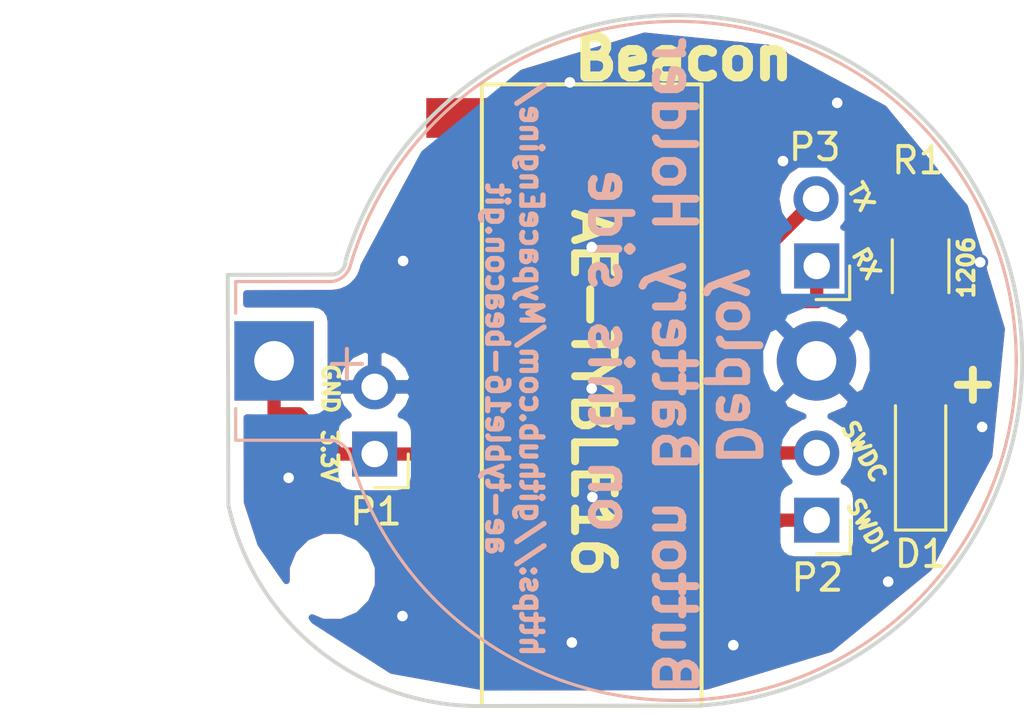
<source format=kicad_pcb>
(kicad_pcb (version 4) (host pcbnew 4.0.1-stable)

  (general
    (links 12)
    (no_connects 0)
    (area 146.674999 91.860161 176.839839 118.126584)
    (thickness 1.6)
    (drawings 18)
    (tracks 84)
    (zones 0)
    (modules 8)
    (nets 10)
  )

  (page A4)
  (layers
    (0 F.Cu signal)
    (31 B.Cu signal)
    (32 B.Adhes user)
    (33 F.Adhes user)
    (34 B.Paste user)
    (35 F.Paste user)
    (36 B.SilkS user)
    (37 F.SilkS user)
    (38 B.Mask user)
    (39 F.Mask user)
    (40 Dwgs.User user)
    (41 Cmts.User user)
    (42 Eco1.User user)
    (43 Eco2.User user)
    (44 Edge.Cuts user)
    (45 Margin user hide)
    (46 B.CrtYd user)
    (47 F.CrtYd user)
    (48 B.Fab user hide)
    (49 F.Fab user)
  )

  (setup
    (last_trace_width 0.5)
    (trace_clearance 0.2)
    (zone_clearance 0.508)
    (zone_45_only no)
    (trace_min 0.2)
    (segment_width 0.2)
    (edge_width 0.15)
    (via_size 0.6)
    (via_drill 0.4)
    (via_min_size 0.4)
    (via_min_drill 0.3)
    (uvia_size 0.3)
    (uvia_drill 0.1)
    (uvias_allowed no)
    (uvia_min_size 0.2)
    (uvia_min_drill 0.1)
    (pcb_text_width 0.3)
    (pcb_text_size 1.5 1.5)
    (mod_edge_width 0.15)
    (mod_text_size 1 1)
    (mod_text_width 0.15)
    (pad_size 1.7 1.7)
    (pad_drill 1)
    (pad_to_mask_clearance 0.2)
    (aux_axis_origin 0 0)
    (visible_elements 7FFFFFFF)
    (pcbplotparams
      (layerselection 0x3ffff_80000001)
      (usegerberextensions false)
      (excludeedgelayer true)
      (linewidth 0.100000)
      (plotframeref false)
      (viasonmask false)
      (mode 1)
      (useauxorigin false)
      (hpglpennumber 1)
      (hpglpenspeed 20)
      (hpglpendiameter 15)
      (hpglpenoverlay 2)
      (psnegative false)
      (psa4output false)
      (plotreference true)
      (plotvalue true)
      (plotinvisibletext false)
      (padsonsilk false)
      (subtractmaskfromsilk false)
      (outputformat 1)
      (mirror false)
      (drillshape 0)
      (scaleselection 1)
      (outputdirectory ../iBeacon_out/))
  )

  (net 0 "")
  (net 1 "Net-(Battery1-Pad2)")
  (net 2 "Net-(IC1-Pad5)")
  (net 3 "Net-(IC1-Pad3)")
  (net 4 "Net-(IC1-Pad2)")
  (net 5 "Net-(IC1-Pad6)")
  (net 6 "Net-(IC1-Pad15)")
  (net 7 "Net-(IC1-Pad7)")
  (net 8 "Net-(Battery1-Pad1)")
  (net 9 "Net-(D1-Pad2)")

  (net_class Default "これは標準のネット クラスです。"
    (clearance 0.2)
    (trace_width 0.5)
    (via_dia 0.6)
    (via_drill 0.4)
    (uvia_dia 0.3)
    (uvia_drill 0.1)
    (add_net "Net-(Battery1-Pad1)")
    (add_net "Net-(Battery1-Pad2)")
    (add_net "Net-(D1-Pad2)")
    (add_net "Net-(IC1-Pad15)")
    (add_net "Net-(IC1-Pad2)")
    (add_net "Net-(IC1-Pad3)")
    (add_net "Net-(IC1-Pad5)")
    (add_net "Net-(IC1-Pad6)")
    (add_net "Net-(IC1-Pad7)")
  )

  (net_class Wide ""
    (clearance 0.2)
    (trace_width 0.5)
    (via_dia 0.6)
    (via_drill 0.4)
    (uvia_dia 0.3)
    (uvia_drill 0.1)
  )

  (module Mounting_Holes:MountingHole_2.2mm_M2_DIN965 (layer F.Cu) (tedit 5C7AC08F) (tstamp 5C7AC2C1)
    (at 150.7 113.15)
    (descr "Mounting Hole 2.2mm, no annular, M2, DIN965")
    (tags "mounting hole 2.2mm no annular m2 din965")
    (attr virtual)
    (fp_text reference REF01 (at 0 -2.9) (layer F.SilkS) hide
      (effects (font (size 1 1) (thickness 0.15)))
    )
    (fp_text value MountingHole_2.2mm_M2_DIN965 (at 0 2.9) (layer F.Fab)
      (effects (font (size 1 1) (thickness 0.15)))
    )
    (fp_text user %R (at 0.3 0) (layer F.Fab)
      (effects (font (size 1 1) (thickness 0.15)))
    )
    (fp_circle (center 0 0) (end 1.9 0) (layer Cmts.User) (width 0.15))
    (fp_circle (center 0 0) (end 2.15 0) (layer F.CrtYd) (width 0.05))
    (pad 1 np_thru_hole circle (at 0 0) (size 2.2 2.2) (drill 2.2) (layers *.Cu *.Mask))
  )

  (module Pin_Headers:Pin_Header_Angled_1x02_Pitch2.54mm (layer F.Cu) (tedit 5C7ABE56) (tstamp 5C7ABA8F)
    (at 169 111.025 180)
    (descr "Through hole angled pin header, 1x02, 2.54mm pitch, 6mm pin length, single row")
    (tags "Through hole angled pin header THT 1x02 2.54mm single row")
    (path /5C7AB1AF)
    (fp_text reference P2 (at -0.025 -2.175 180) (layer F.SilkS)
      (effects (font (size 1 1) (thickness 0.15)))
    )
    (fp_text value CONN_01X02 (at 4.385 4.81 180) (layer F.Fab)
      (effects (font (size 1 1) (thickness 0.15)))
    )
    (fp_line (start -1.27 0) (end -1.27 -1.27) (layer F.SilkS) (width 0.12))
    (fp_line (start -1.27 -1.27) (end 0 -1.27) (layer F.SilkS) (width 0.12))
    (fp_line (start -1.8 -1.8) (end -1.8 4.35) (layer F.CrtYd) (width 0.05))
    (fp_line (start -1.8 4.35) (end 10.55 4.35) (layer F.CrtYd) (width 0.05))
    (fp_line (start 10.55 4.35) (end 10.55 -1.8) (layer F.CrtYd) (width 0.05))
    (fp_line (start 10.55 -1.8) (end -1.8 -1.8) (layer F.CrtYd) (width 0.05))
    (pad 1 thru_hole rect (at 0 0 180) (size 1.7 1.7) (drill 1) (layers *.Cu *.Mask)
      (net 4 "Net-(IC1-Pad2)"))
    (pad 2 thru_hole oval (at 0 2.54 180) (size 1.7 1.7) (drill 1) (layers *.Cu *.Mask)
      (net 3 "Net-(IC1-Pad3)"))
    (model ${KISYS3DMOD}/Pin_Headers.3dshapes/Pin_Header_Angled_1x02_Pitch2.54mm.wrl
      (at (xyz 0 0 0))
      (scale (xyz 1 1 1))
      (rotate (xyz 0 0 0))
    )
  )

  (module Pin_Headers:Pin_Header_Angled_1x02_Pitch2.54mm (layer F.Cu) (tedit 5C7ABE98) (tstamp 5C7ABAF3)
    (at 168.975 101.415 180)
    (descr "Through hole angled pin header, 1x02, 2.54mm pitch, 6mm pin length, single row")
    (tags "Through hole angled pin header THT 1x02 2.54mm single row")
    (path /5C7AB183)
    (fp_text reference P3 (at 0.05 4.49 180) (layer F.SilkS)
      (effects (font (size 1 1) (thickness 0.15)))
    )
    (fp_text value CONN_01X02 (at 4.385 4.81 180) (layer F.Fab)
      (effects (font (size 1 1) (thickness 0.15)))
    )
    (fp_line (start -1.27 0) (end -1.27 -1.27) (layer F.SilkS) (width 0.12))
    (fp_line (start -1.27 -1.27) (end 0 -1.27) (layer F.SilkS) (width 0.12))
    (fp_line (start -1.8 -1.8) (end -1.8 4.35) (layer F.CrtYd) (width 0.05))
    (fp_line (start -1.8 4.35) (end 10.55 4.35) (layer F.CrtYd) (width 0.05))
    (fp_line (start 10.55 4.35) (end 10.55 -1.8) (layer F.CrtYd) (width 0.05))
    (fp_line (start 10.55 -1.8) (end -1.8 -1.8) (layer F.CrtYd) (width 0.05))
    (pad 1 thru_hole rect (at -0.025 0 180) (size 1.7 1.7) (drill 1) (layers *.Cu *.Mask)
      (net 2 "Net-(IC1-Pad5)"))
    (pad 2 thru_hole oval (at 0 2.54 180) (size 1.7 1.7) (drill 1) (layers *.Cu *.Mask)
      (net 5 "Net-(IC1-Pad6)"))
    (model ${KISYS3DMOD}/Pin_Headers.3dshapes/Pin_Header_Angled_1x02_Pitch2.54mm.wrl
      (at (xyz 0 0 0))
      (scale (xyz 1 1 1))
      (rotate (xyz 0 0 0))
    )
  )

  (module Pin_Headers:Pin_Header_Angled_1x02_Pitch2.54mm (layer F.Cu) (tedit 5C7ABDE3) (tstamp 5C7ABA5D)
    (at 152.3 108.525 180)
    (descr "Through hole angled pin header, 1x02, 2.54mm pitch, 6mm pin length, single row")
    (tags "Through hole angled pin header THT 1x02 2.54mm single row")
    (path /5C7AB1E7)
    (fp_text reference P1 (at -0.05 -2.175 180) (layer F.SilkS)
      (effects (font (size 1 1) (thickness 0.15)))
    )
    (fp_text value CONN_01X02 (at 4.385 4.81 180) (layer F.Fab)
      (effects (font (size 1 1) (thickness 0.15)))
    )
    (fp_line (start -1.27 0) (end -1.27 -1.27) (layer F.SilkS) (width 0.12))
    (fp_line (start -1.27 -1.27) (end 0 -1.27) (layer F.SilkS) (width 0.12))
    (fp_line (start -1.8 -1.8) (end -1.8 4.35) (layer F.CrtYd) (width 0.05))
    (fp_line (start -1.8 4.35) (end 10.55 4.35) (layer F.CrtYd) (width 0.05))
    (fp_line (start 10.55 4.35) (end 10.55 -1.8) (layer F.CrtYd) (width 0.05))
    (fp_line (start 10.55 -1.8) (end -1.8 -1.8) (layer F.CrtYd) (width 0.05))
    (pad 1 thru_hole rect (at 0 0 180) (size 1.7 1.7) (drill 1) (layers *.Cu *.Mask)
      (net 8 "Net-(Battery1-Pad1)"))
    (pad 2 thru_hole oval (at 0 2.54 180) (size 1.7 1.7) (drill 1) (layers *.Cu *.Mask)
      (net 1 "Net-(Battery1-Pad2)"))
    (model ${KISYS3DMOD}/Pin_Headers.3dshapes/Pin_Header_Angled_1x02_Pitch2.54mm.wrl
      (at (xyz 0 0 0))
      (scale (xyz 1 1 1))
      (rotate (xyz 0 0 0))
    )
  )

  (module AE-TYBLE16:AE-TYBLE16 (layer F.Cu) (tedit 5C7ABA00) (tstamp 5C79601A)
    (at 160.5 106.3 180)
    (path /5C7937C6)
    (fp_text reference IC1 (at 0 0.5 180) (layer F.SilkS) hide
      (effects (font (size 1 1) (thickness 0.15)))
    )
    (fp_text value AE-TYBLE16 (at 0 -0.5 180) (layer F.Fab)
      (effects (font (size 1 1) (thickness 0.15)))
    )
    (fp_line (start -4.15 -11.75) (end -4.15 11.75) (layer F.SilkS) (width 0.15))
    (fp_line (start -4.15 11.75) (end 4.15 11.75) (layer F.SilkS) (width 0.15))
    (fp_line (start 4.15 11.75) (end 4.15 -11.75) (layer F.SilkS) (width 0.15))
    (fp_line (start 4.15 -11.75) (end -4.15 -11.75) (layer F.SilkS) (width 0.15))
    (pad 12 smd rect (at 4.75 0.32 180) (size 3 1.5) (layers F.Cu F.Paste F.Mask)
      (net 1 "Net-(Battery1-Pad2)"))
    (pad 16 smd rect (at 4.75 10.48 180) (size 3 1.5) (layers F.Cu F.Paste F.Mask))
    (pad 15 smd rect (at 4.75 7.94 180) (size 3 1.5) (layers F.Cu F.Paste F.Mask)
      (net 6 "Net-(IC1-Pad15)"))
    (pad 14 smd rect (at 4.75 5.4 180) (size 3 1.5) (layers F.Cu F.Paste F.Mask))
    (pad 13 smd rect (at 4.75 2.86 180) (size 3 1.5) (layers F.Cu F.Paste F.Mask))
    (pad 11 smd rect (at 4.75 -2.22 180) (size 3 1.5) (layers F.Cu F.Paste F.Mask)
      (net 8 "Net-(Battery1-Pad1)"))
    (pad 10 smd rect (at 4.75 -4.76 180) (size 3 1.5) (layers F.Cu F.Paste F.Mask))
    (pad 9 smd rect (at 4.75 -7.3 180) (size 3 1.5) (layers F.Cu F.Paste F.Mask))
    (pad 1 smd rect (at -4.75 -7.3 180) (size 3 1.5) (layers F.Cu F.Paste F.Mask))
    (pad 2 smd rect (at -4.75 -4.76 180) (size 3 1.5) (layers F.Cu F.Paste F.Mask)
      (net 4 "Net-(IC1-Pad2)"))
    (pad 3 smd rect (at -4.75 -2.22 180) (size 3 1.5) (layers F.Cu F.Paste F.Mask)
      (net 3 "Net-(IC1-Pad3)"))
    (pad 5 smd rect (at -4.75 2.86 180) (size 3 1.5) (layers F.Cu F.Paste F.Mask)
      (net 2 "Net-(IC1-Pad5)"))
    (pad 6 smd rect (at -4.75 5.4 180) (size 3 1.5) (layers F.Cu F.Paste F.Mask)
      (net 5 "Net-(IC1-Pad6)"))
    (pad 7 smd rect (at -4.75 7.94 180) (size 3 1.5) (layers F.Cu F.Paste F.Mask)
      (net 7 "Net-(IC1-Pad7)"))
    (pad 8 smd rect (at -4.75 10.48 180) (size 3 1.5) (layers F.Cu F.Paste F.Mask)
      (net 7 "Net-(IC1-Pad7)"))
    (pad 4 smd rect (at -4.75 0.32 180) (size 3 1.5) (layers F.Cu F.Paste F.Mask))
  )

  (module Battery_Holders:Keystone_104_1x23mm-CoinCell (layer B.Cu) (tedit 5C794FE7) (tstamp 5C795C04)
    (at 148.501 105.004)
    (descr http://www.keyelco.com/product-pdf.cfm?p=744)
    (tags "Keystone type 104 battery holder")
    (path /5C793993)
    (fp_text reference Battery1 (at 0 4) (layer B.SilkS) hide
      (effects (font (size 1 1) (thickness 0.15)) (justify mirror))
    )
    (fp_text value CONN_01X02 (at 15 -14) (layer B.Fab)
      (effects (font (size 1 1) (thickness 0.15)) (justify mirror))
    )
    (fp_text user + (at 2.75 0) (layer B.SilkS)
      (effects (font (size 1.5 1.5) (thickness 0.15)) (justify mirror))
    )
    (fp_line (start -1.45 -1.8) (end -1.45 -3) (layer B.SilkS) (width 0.12))
    (fp_arc (start 15.2 0) (end 2.615 -3.6) (angle 164) (layer B.CrtYd) (width 0.05))
    (fp_arc (start 15.2 0) (end 2.615 3.6) (angle -164) (layer B.CrtYd) (width 0.05))
    (fp_arc (start 2.1 -3.8) (end 2.1 -3.25) (angle -70) (layer B.CrtYd) (width 0.05))
    (fp_arc (start 2.1 3.8) (end 2.1 3.25) (angle 70) (layer B.CrtYd) (width 0.05))
    (fp_arc (start 15.2 0) (end 2.85 -3.5) (angle 164.5) (layer B.SilkS) (width 0.12))
    (fp_arc (start 2.1 -3.8) (end 2.1 -3) (angle -70) (layer B.SilkS) (width 0.12))
    (fp_arc (start 15.2 0) (end 2.85 3.5) (angle -164.5) (layer B.SilkS) (width 0.12))
    (fp_arc (start 2.1 3.8) (end 2.1 3) (angle 70) (layer B.SilkS) (width 0.12))
    (fp_arc (start 2.15 -3.8) (end 2.15 -2.9) (angle -70) (layer B.Fab) (width 0.1))
    (fp_arc (start 15.2 0) (end 3 -3.5) (angle 164) (layer B.Fab) (width 0.1))
    (fp_arc (start 15.2 0) (end 3 3.5) (angle -164) (layer B.Fab) (width 0.1))
    (fp_arc (start 15.2 0) (end 3.72 -1.3) (angle 180) (layer B.Fab) (width 0.1))
    (fp_line (start -1.75 3.25) (end 2.15 3.25) (layer B.CrtYd) (width 0.05))
    (fp_line (start -1.75 -3.25) (end 2.15 -3.25) (layer B.CrtYd) (width 0.05))
    (fp_line (start -1.75 -3.25) (end -1.75 3.25) (layer B.CrtYd) (width 0.05))
    (fp_line (start -1.45 3) (end 2.15 3) (layer B.SilkS) (width 0.12))
    (fp_line (start -1.45 1.8) (end -1.45 3) (layer B.SilkS) (width 0.12))
    (fp_line (start -1.45 -3) (end 2.15 -3) (layer B.SilkS) (width 0.12))
    (fp_arc (start 15.2 0) (end 9 -1.3) (angle 170) (layer B.Fab) (width 0.1))
    (fp_arc (start 15.2 0) (end 13.3 -1.3) (angle 150) (layer B.Fab) (width 0.1))
    (fp_arc (start 15.2 0) (end 13.3 1.3) (angle -150) (layer B.Fab) (width 0.1))
    (fp_arc (start 15.2 0) (end 9 1.3) (angle -170) (layer B.Fab) (width 0.1))
    (fp_arc (start 15.2 0) (end 3.72 1.3) (angle -180) (layer B.Fab) (width 0.1))
    (fp_line (start 2.15 2.9) (end -0.9 2.9) (layer B.Fab) (width 0.1))
    (fp_line (start -0.9 -2.9) (end 2.15 -2.9) (layer B.Fab) (width 0.1))
    (fp_line (start -1.3 2.5) (end -1.3 -2.5) (layer B.Fab) (width 0.1))
    (fp_line (start 0 -1.3) (end 16.2 -1.3) (layer B.Fab) (width 0.1))
    (fp_line (start 16.2 1.3) (end 0 1.3) (layer B.Fab) (width 0.1))
    (fp_arc (start 2.15 3.8) (end 2.15 2.9) (angle 70) (layer B.Fab) (width 0.1))
    (fp_arc (start 16.2 0) (end 16.2 1.3) (angle -180) (layer B.Fab) (width 0.1))
    (fp_line (start 0 1.3) (end 0 -1.3) (layer B.Fab) (width 0.1))
    (fp_arc (start -0.9 -2.5) (end -1.3 -2.5) (angle 90) (layer B.Fab) (width 0.1))
    (fp_arc (start -0.9 2.5) (end -1.3 2.5) (angle -90) (layer B.Fab) (width 0.1))
    (fp_line (start 23.6982 -7.8486) (end 24.5264 -8.6133) (layer B.Fab) (width 0.1))
    (fp_line (start 23.7236 7.8486) (end 24.5264 8.6006) (layer B.Fab) (width 0.1))
    (pad 2 thru_hole circle (at 20.49 0) (size 3 3) (drill 1.5) (layers *.Cu *.Mask)
      (net 1 "Net-(Battery1-Pad2)"))
    (pad 1 thru_hole rect (at 0 0) (size 3 3) (drill 1.5) (layers *.Cu *.Mask)
      (net 8 "Net-(Battery1-Pad1)"))
    (model Battery_Holders.3dshapes/Keystone_104_1x23mm-CoinCell.wrl
      (at (xyz 0.6 0 0))
      (scale (xyz 1 1 1))
      (rotate (xyz 0 0 180))
    )
  )

  (module LEDs:LED_1206_HandSoldering (layer F.Cu) (tedit 5C7ABA57) (tstamp 5C796DB4)
    (at 172.925 108.3 90)
    (descr "LED SMD 1206, hand soldering")
    (tags "LED 1206")
    (path /5C7961D7)
    (attr smd)
    (fp_text reference D1 (at -4 0 180) (layer F.SilkS)
      (effects (font (size 1 1) (thickness 0.15)))
    )
    (fp_text value LED (at 0 1.9 90) (layer F.Fab)
      (effects (font (size 1 1) (thickness 0.15)))
    )
    (fp_line (start -3.1 -0.95) (end -3.1 0.95) (layer F.SilkS) (width 0.12))
    (fp_line (start -0.4 0) (end 0.2 -0.4) (layer F.Fab) (width 0.1))
    (fp_line (start 0.2 -0.4) (end 0.2 0.4) (layer F.Fab) (width 0.1))
    (fp_line (start 0.2 0.4) (end -0.4 0) (layer F.Fab) (width 0.1))
    (fp_line (start -0.45 -0.4) (end -0.45 0.4) (layer F.Fab) (width 0.1))
    (fp_line (start -1.6 0.8) (end -1.6 -0.8) (layer F.Fab) (width 0.1))
    (fp_line (start 1.6 0.8) (end -1.6 0.8) (layer F.Fab) (width 0.1))
    (fp_line (start 1.6 -0.8) (end 1.6 0.8) (layer F.Fab) (width 0.1))
    (fp_line (start -1.6 -0.8) (end 1.6 -0.8) (layer F.Fab) (width 0.1))
    (fp_line (start -3.1 0.95) (end 1.6 0.95) (layer F.SilkS) (width 0.12))
    (fp_line (start -3.1 -0.95) (end 1.6 -0.95) (layer F.SilkS) (width 0.12))
    (fp_line (start -3.25 -1.11) (end 3.25 -1.11) (layer F.CrtYd) (width 0.05))
    (fp_line (start -3.25 -1.11) (end -3.25 1.1) (layer F.CrtYd) (width 0.05))
    (fp_line (start 3.25 1.1) (end 3.25 -1.11) (layer F.CrtYd) (width 0.05))
    (fp_line (start 3.25 1.1) (end -3.25 1.1) (layer F.CrtYd) (width 0.05))
    (pad 1 smd rect (at -2 0 90) (size 2 1.7) (layers F.Cu F.Paste F.Mask)
      (net 1 "Net-(Battery1-Pad2)"))
    (pad 2 smd rect (at 2 0 90) (size 2 1.7) (layers F.Cu F.Paste F.Mask)
      (net 9 "Net-(D1-Pad2)"))
    (model ${KISYS3DMOD}/LEDs.3dshapes/LED_1206.wrl
      (at (xyz 0 0 0))
      (scale (xyz 1 1 1))
      (rotate (xyz 0 0 180))
    )
  )

  (module Resistors_SMD:R_1206_HandSoldering (layer F.Cu) (tedit 5C7962DF) (tstamp 5C796DC5)
    (at 172.925 101.425 90)
    (descr "Resistor SMD 1206, hand soldering")
    (tags "resistor 1206")
    (path /5C796180)
    (attr smd)
    (fp_text reference R1 (at 4 -0.1 180) (layer F.SilkS)
      (effects (font (size 1 1) (thickness 0.15)))
    )
    (fp_text value R (at 0 1.9 90) (layer F.Fab)
      (effects (font (size 1 1) (thickness 0.15)))
    )
    (fp_text user %R (at 0 0 90) (layer F.Fab)
      (effects (font (size 0.7 0.7) (thickness 0.105)))
    )
    (fp_line (start -1.6 0.8) (end -1.6 -0.8) (layer F.Fab) (width 0.1))
    (fp_line (start 1.6 0.8) (end -1.6 0.8) (layer F.Fab) (width 0.1))
    (fp_line (start 1.6 -0.8) (end 1.6 0.8) (layer F.Fab) (width 0.1))
    (fp_line (start -1.6 -0.8) (end 1.6 -0.8) (layer F.Fab) (width 0.1))
    (fp_line (start 1 1.07) (end -1 1.07) (layer F.SilkS) (width 0.12))
    (fp_line (start -1 -1.07) (end 1 -1.07) (layer F.SilkS) (width 0.12))
    (fp_line (start -3.25 -1.11) (end 3.25 -1.11) (layer F.CrtYd) (width 0.05))
    (fp_line (start -3.25 -1.11) (end -3.25 1.1) (layer F.CrtYd) (width 0.05))
    (fp_line (start 3.25 1.1) (end 3.25 -1.11) (layer F.CrtYd) (width 0.05))
    (fp_line (start 3.25 1.1) (end -3.25 1.1) (layer F.CrtYd) (width 0.05))
    (pad 1 smd rect (at -2 0 90) (size 2 1.7) (layers F.Cu F.Paste F.Mask)
      (net 9 "Net-(D1-Pad2)"))
    (pad 2 smd rect (at 2 0 90) (size 2 1.7) (layers F.Cu F.Paste F.Mask)
      (net 6 "Net-(IC1-Pad15)"))
    (model ${KISYS3DMOD}/Resistors_SMD.3dshapes/R_1206.wrl
      (at (xyz 0 0 0))
      (scale (xyz 1 1 1))
      (rotate (xyz 0 0 0))
    )
  )

  (gr_text "https://github.com/MypaceEngine/\nae-tyble16-beacon.git" (at 157.575 105.325 270) (layer B.SilkS)
    (effects (font (size 0.8 0.8) (thickness 0.2)) (justify mirror))
  )
  (gr_text 1206 (at 174.65 101.475 90) (layer F.SilkS)
    (effects (font (size 0.6 0.6) (thickness 0.15)))
  )
  (gr_text + (at 174.9 105.8) (layer F.SilkS)
    (effects (font (size 1.5 1.5) (thickness 0.3)))
  )
  (gr_line (start 146.775 110.45) (end 146.75 101.75) (layer Edge.Cuts) (width 0.15))
  (gr_arc (start 156.225 108.375) (end 156.4 118.05) (angle 78.65196086) (layer Edge.Cuts) (width 0.15))
  (gr_line (start 156.4 118.05) (end 164.6 118.03) (angle 90) (layer Edge.Cuts) (width 0.15))
  (gr_arc (start 150.68 101.22) (end 151.2 101.21) (angle 90) (layer Edge.Cuts) (width 0.15))
  (gr_line (start 146.75 101.75) (end 150.69 101.74) (layer Edge.Cuts) (width 0.15))
  (gr_arc (start 163.7 105) (end 151.2 101.2) (angle 249.1304164) (layer Edge.Cuts) (width 0.15))
  (gr_text Beacon (at 163.975 93.575) (layer F.SilkS)
    (effects (font (size 1.5 1.5) (thickness 0.375)))
  )
  (gr_text "Deploy \nButton Battery Holder \non this side" (at 163.6 104.625 270) (layer B.SilkS)
    (effects (font (size 1.5 1.5) (thickness 0.3)) (justify mirror))
  )
  (gr_text SWDI (at 170.9 111.225 300) (layer F.SilkS) (tstamp 5C796BC6)
    (effects (font (size 0.6 0.6) (thickness 0.15)))
  )
  (gr_text SWDC (at 170.775 108.425 300) (layer F.SilkS) (tstamp 5C796BC5)
    (effects (font (size 0.6 0.6) (thickness 0.15)))
  )
  (gr_text RX (at 170.875 101.325 300) (layer F.SilkS) (tstamp 5C796BC1)
    (effects (font (size 0.6 0.6) (thickness 0.15)))
  )
  (gr_text TX (at 170.675 98.8 300) (layer F.SilkS)
    (effects (font (size 0.6 0.6) (thickness 0.15)))
  )
  (gr_text GND (at 150.625 106.05 270) (layer F.SilkS)
    (effects (font (size 0.6 0.6) (thickness 0.15)))
  )
  (gr_text 3.3V (at 150.6 108.6 270) (layer F.SilkS)
    (effects (font (size 0.6 0.6) (thickness 0.15)))
  )
  (gr_text AE-TYBLE16 (at 160.55 106.225 270) (layer F.SilkS)
    (effects (font (size 1.5 1.5) (thickness 0.3)))
  )

  (segment (start 149.05 109.425) (end 148.625736 109.425) (width 0.5) (layer F.Cu) (net 1))
  (segment (start 153.35 110.725) (end 150.275 110.725) (width 0.5) (layer B.Cu) (net 1))
  (segment (start 150.275 110.725) (end 149.05 109.5) (width 0.5) (layer B.Cu) (net 1))
  (segment (start 149.05 109.5) (end 149.05 109.425) (width 0.5) (layer B.Cu) (net 1))
  (via (at 149.05 109.425) (size 0.6) (drill 0.4) (layers F.Cu B.Cu) (net 1))
  (segment (start 153.35 114.65) (end 153.35 110.725) (width 0.5) (layer B.Cu) (net 1))
  (segment (start 153.8 115.875) (end 153.8 115.1) (width 0.5) (layer F.Cu) (net 1))
  (segment (start 153.8 115.1) (end 153.35 114.65) (width 0.5) (layer F.Cu) (net 1))
  (via (at 153.35 114.65) (size 0.6) (drill 0.4) (layers F.Cu B.Cu) (net 1))
  (segment (start 159.75 115.65) (end 154.025 115.65) (width 0.5) (layer F.Cu) (net 1))
  (segment (start 154.025 115.65) (end 153.8 115.875) (width 0.5) (layer F.Cu) (net 1))
  (segment (start 160.5 100.7) (end 162.515001 102.715001) (width 0.5) (layer B.Cu) (net 1))
  (via (at 167.725 97.45) (size 0.6) (drill 0.4) (layers F.Cu B.Cu) (net 1))
  (segment (start 162.515001 102.715001) (end 170.210001 102.715001) (width 0.5) (layer B.Cu) (net 1))
  (segment (start 170.210001 102.715001) (end 170.300001 102.625001) (width 0.5) (layer B.Cu) (net 1))
  (segment (start 170.300001 102.625001) (end 170.300001 98.275999) (width 0.5) (layer B.Cu) (net 1))
  (segment (start 169.474002 97.45) (end 167.725 97.45) (width 0.5) (layer B.Cu) (net 1))
  (segment (start 170.300001 98.275999) (end 169.474002 97.45) (width 0.5) (layer B.Cu) (net 1))
  (segment (start 160.5 106.05) (end 160.5 100.7) (width 0.5) (layer F.Cu) (net 1))
  (via (at 160.5 100.7) (size 0.6) (drill 0.4) (layers F.Cu B.Cu) (net 1))
  (segment (start 160.525 110.15) (end 160.525 106.075) (width 0.5) (layer B.Cu) (net 1))
  (segment (start 160.525 106.075) (end 160.5 106.05) (width 0.5) (layer B.Cu) (net 1))
  (via (at 160.5 106.05) (size 0.6) (drill 0.4) (layers F.Cu B.Cu) (net 1))
  (segment (start 159.75 115.65) (end 159.75 110.925) (width 0.5) (layer F.Cu) (net 1))
  (segment (start 159.75 110.925) (end 160.525 110.15) (width 0.5) (layer F.Cu) (net 1))
  (via (at 160.525 110.15) (size 0.6) (drill 0.4) (layers F.Cu B.Cu) (net 1))
  (segment (start 165.85 115.75) (end 159.85 115.75) (width 0.5) (layer B.Cu) (net 1))
  (segment (start 159.85 115.75) (end 159.75 115.65) (width 0.5) (layer B.Cu) (net 1))
  (via (at 159.75 115.65) (size 0.6) (drill 0.4) (layers F.Cu B.Cu) (net 1))
  (segment (start 171.7 113.35) (end 169.3 115.75) (width 0.5) (layer F.Cu) (net 1))
  (via (at 165.85 115.75) (size 0.6) (drill 0.4) (layers F.Cu B.Cu) (net 1))
  (segment (start 169.3 115.75) (end 165.85 115.75) (width 0.5) (layer F.Cu) (net 1))
  (segment (start 175.25 107.5) (end 171.7 111.05) (width 0.5) (layer B.Cu) (net 1))
  (segment (start 171.7 111.05) (end 171.7 113.35) (width 0.5) (layer B.Cu) (net 1))
  (via (at 171.7 113.35) (size 0.6) (drill 0.4) (layers F.Cu B.Cu) (net 1))
  (segment (start 175.175 101.275) (end 175.175 107.425) (width 0.5) (layer F.Cu) (net 1))
  (segment (start 175.175 107.425) (end 175.25 107.5) (width 0.5) (layer F.Cu) (net 1))
  (via (at 175.25 107.5) (size 0.6) (drill 0.4) (layers F.Cu B.Cu) (net 1))
  (segment (start 169.775 95.25) (end 169.775 95.875) (width 0.5) (layer B.Cu) (net 1))
  (via (at 175.175 101.275) (size 0.6) (drill 0.4) (layers F.Cu B.Cu) (net 1))
  (segment (start 169.775 95.875) (end 175.175 101.275) (width 0.5) (layer B.Cu) (net 1))
  (segment (start 167.7 93.525) (end 169.425 95.25) (width 0.5) (layer F.Cu) (net 1))
  (segment (start 169.425 95.25) (end 169.775 95.25) (width 0.5) (layer F.Cu) (net 1))
  (via (at 169.775 95.25) (size 0.6) (drill 0.4) (layers F.Cu B.Cu) (net 1))
  (segment (start 159.675 94.475) (end 160.625 93.525) (width 0.5) (layer F.Cu) (net 1))
  (segment (start 160.625 93.525) (end 167.7 93.525) (width 0.5) (layer F.Cu) (net 1))
  (segment (start 153.375 101.225) (end 159.675 94.925) (width 0.5) (layer B.Cu) (net 1))
  (segment (start 159.675 94.925) (end 159.675 94.475) (width 0.5) (layer B.Cu) (net 1))
  (via (at 159.675 94.475) (size 0.6) (drill 0.4) (layers F.Cu B.Cu) (net 1))
  (segment (start 152.3 102.625) (end 152.3 102.3) (width 0.5) (layer F.Cu) (net 1))
  (segment (start 152.3 102.3) (end 153.375 101.225) (width 0.5) (layer F.Cu) (net 1))
  (via (at 153.375 101.225) (size 0.6) (drill 0.4) (layers F.Cu B.Cu) (net 1))
  (segment (start 152.3 102.625) (end 152.3 102.45) (width 0.5) (layer F.Cu) (net 1))
  (segment (start 152.3 105.985) (end 152.3 102.625) (width 0.5) (layer F.Cu) (net 1))
  (segment (start 167.925 102.765) (end 169 102.765) (width 0.5) (layer F.Cu) (net 2))
  (segment (start 167.25 103.44) (end 167.925 102.765) (width 0.5) (layer F.Cu) (net 2))
  (segment (start 165.25 103.44) (end 167.25 103.44) (width 0.5) (layer F.Cu) (net 2))
  (segment (start 169 101.415) (end 169 102.765) (width 0.5) (layer F.Cu) (net 2))
  (segment (start 167.615 108.52) (end 167.65 108.485) (width 0.5) (layer F.Cu) (net 3))
  (segment (start 165.25 108.52) (end 167.615 108.52) (width 0.5) (layer F.Cu) (net 3))
  (segment (start 169 108.485) (end 167.65 108.485) (width 0.5) (layer F.Cu) (net 3))
  (segment (start 167.615 111.06) (end 167.65 111.025) (width 0.5) (layer F.Cu) (net 4))
  (segment (start 165.25 111.06) (end 167.615 111.06) (width 0.5) (layer F.Cu) (net 4))
  (segment (start 169 111.025) (end 167.65 111.025) (width 0.5) (layer F.Cu) (net 4))
  (segment (start 167.25 100.6) (end 168.975 98.875) (width 0.5) (layer F.Cu) (net 5))
  (segment (start 167.25 100.9) (end 167.25 100.6) (width 0.5) (layer F.Cu) (net 5))
  (segment (start 165.25 100.9) (end 167.25 100.9) (width 0.5) (layer F.Cu) (net 5))
  (segment (start 158.7854 98.36) (end 155.75 98.36) (width 0.5) (layer F.Cu) (net 6))
  (segment (start 162.5306 94.6148) (end 158.7854 98.36) (width 0.5) (layer F.Cu) (net 6))
  (segment (start 166.9335 94.6148) (end 162.5306 94.6148) (width 0.5) (layer F.Cu) (net 6))
  (segment (start 171.575 99.2563) (end 166.9335 94.6148) (width 0.5) (layer F.Cu) (net 6))
  (segment (start 171.575 99.425) (end 171.575 99.2563) (width 0.5) (layer F.Cu) (net 6))
  (segment (start 172.925 99.425) (end 171.575 99.425) (width 0.5) (layer F.Cu) (net 6))
  (segment (start 163.25 95.82) (end 163.25 98.36) (width 0.5) (layer F.Cu) (net 7))
  (segment (start 165.25 95.82) (end 163.25 95.82) (width 0.5) (layer F.Cu) (net 7))
  (segment (start 165.25 98.36) (end 163.25 98.36) (width 0.5) (layer F.Cu) (net 7))
  (segment (start 153.745 108.525) (end 153.75 108.52) (width 0.5) (layer F.Cu) (net 8))
  (segment (start 152.3 108.525) (end 153.745 108.525) (width 0.5) (layer F.Cu) (net 8))
  (segment (start 155.75 108.52) (end 153.75 108.52) (width 0.5) (layer F.Cu) (net 8))
  (segment (start 148.501 105.004) (end 148.501 107.004) (width 0.5) (layer F.Cu) (net 8))
  (segment (start 149.429 107.004) (end 150.95 108.525) (width 0.5) (layer F.Cu) (net 8))
  (segment (start 148.501 107.004) (end 149.429 107.004) (width 0.5) (layer F.Cu) (net 8))
  (segment (start 152.3 108.525) (end 150.95 108.525) (width 0.5) (layer F.Cu) (net 8))
  (segment (start 172.925 103.425) (end 172.925 106.3) (width 0.5) (layer F.Cu) (net 9))

  (zone (net 1) (net_name "Net-(Battery1-Pad2)") (layer F.Cu) (tstamp 5C7964BF) (hatch edge 0.508)
    (connect_pads (clearance 0.508))
    (min_thickness 0.254)
    (fill yes (arc_segments 16) (thermal_gap 0.508) (thermal_bridge_width 0.508))
    (polygon
      (pts
        (xy 146.8 91.95) (xy 176.75 91.85) (xy 176.7 118.65) (xy 146.75 118.7) (xy 146.8 91.95)
      )
    )
    (filled_polygon
      (pts
        (xy 162.365 98.36) (xy 162.432367 98.698675) (xy 162.62421 98.98579) (xy 162.911325 99.177633) (xy 163.123217 99.219781)
        (xy 163.146838 99.345317) (xy 163.28591 99.561441) (xy 163.38586 99.629734) (xy 163.298559 99.68591) (xy 163.153569 99.89811)
        (xy 163.10256 100.15) (xy 163.10256 101.65) (xy 163.146838 101.885317) (xy 163.28591 102.101441) (xy 163.38586 102.169734)
        (xy 163.298559 102.22591) (xy 163.153569 102.43811) (xy 163.10256 102.69) (xy 163.10256 104.19) (xy 163.146838 104.425317)
        (xy 163.28591 104.641441) (xy 163.38586 104.709734) (xy 163.298559 104.76591) (xy 163.153569 104.97811) (xy 163.10256 105.23)
        (xy 163.10256 106.73) (xy 163.146838 106.965317) (xy 163.28591 107.181441) (xy 163.38586 107.249734) (xy 163.298559 107.30591)
        (xy 163.153569 107.51811) (xy 163.10256 107.77) (xy 163.10256 109.27) (xy 163.146838 109.505317) (xy 163.28591 109.721441)
        (xy 163.38586 109.789734) (xy 163.298559 109.84591) (xy 163.153569 110.05811) (xy 163.10256 110.31) (xy 163.10256 111.81)
        (xy 163.146838 112.045317) (xy 163.28591 112.261441) (xy 163.38586 112.329734) (xy 163.298559 112.38591) (xy 163.153569 112.59811)
        (xy 163.10256 112.85) (xy 163.10256 114.35) (xy 163.146838 114.585317) (xy 163.28591 114.801441) (xy 163.49811 114.946431)
        (xy 163.75 114.99744) (xy 166.75 114.99744) (xy 166.985317 114.953162) (xy 167.201441 114.81409) (xy 167.346431 114.60189)
        (xy 167.39744 114.35) (xy 167.39744 112.85) (xy 167.353162 112.614683) (xy 167.21409 112.398559) (xy 167.11414 112.330266)
        (xy 167.201441 112.27409) (xy 167.346431 112.06189) (xy 167.370102 111.945) (xy 167.515731 111.945) (xy 167.546838 112.110317)
        (xy 167.68591 112.326441) (xy 167.89811 112.471431) (xy 168.15 112.52244) (xy 169.85 112.52244) (xy 170.085317 112.478162)
        (xy 170.301441 112.33909) (xy 170.446431 112.12689) (xy 170.49744 111.875) (xy 170.49744 110.58575) (xy 171.44 110.58575)
        (xy 171.44 111.426309) (xy 171.536673 111.659698) (xy 171.715301 111.838327) (xy 171.94869 111.935) (xy 172.63925 111.935)
        (xy 172.798 111.77625) (xy 172.798 110.427) (xy 171.59875 110.427) (xy 171.44 110.58575) (xy 170.49744 110.58575)
        (xy 170.49744 110.175) (xy 170.453162 109.939683) (xy 170.31409 109.723559) (xy 170.10189 109.578569) (xy 170.034459 109.564914)
        (xy 170.079147 109.535054) (xy 170.320601 109.173691) (xy 171.44 109.173691) (xy 171.44 110.01425) (xy 171.59875 110.173)
        (xy 172.798 110.173) (xy 172.798 108.82375) (xy 173.052 108.82375) (xy 173.052 110.173) (xy 174.25125 110.173)
        (xy 174.41 110.01425) (xy 174.41 109.173691) (xy 174.313327 108.940302) (xy 174.134699 108.761673) (xy 173.90131 108.665)
        (xy 173.21075 108.665) (xy 173.052 108.82375) (xy 172.798 108.82375) (xy 172.63925 108.665) (xy 171.94869 108.665)
        (xy 171.715301 108.761673) (xy 171.536673 108.940302) (xy 171.44 109.173691) (xy 170.320601 109.173691) (xy 170.401054 109.053285)
        (xy 170.514093 108.485) (xy 170.401054 107.916715) (xy 170.079147 107.434946) (xy 169.597378 107.113039) (xy 169.530602 107.099756)
        (xy 170.165582 106.836739) (xy 170.325365 106.51797) (xy 168.991 105.183605) (xy 167.656635 106.51797) (xy 167.816418 106.836739)
        (xy 168.481324 107.097384) (xy 168.402622 107.113039) (xy 167.920853 107.434946) (xy 167.810568 107.6) (xy 167.65 107.6)
        (xy 167.474044 107.635) (xy 167.372038 107.635) (xy 167.353162 107.534683) (xy 167.21409 107.318559) (xy 167.11414 107.250266)
        (xy 167.201441 107.19409) (xy 167.346431 106.98189) (xy 167.39744 106.73) (xy 167.39744 106.298471) (xy 167.47703 106.338365)
        (xy 168.811395 105.004) (xy 169.170605 105.004) (xy 170.50497 106.338365) (xy 170.823739 106.178582) (xy 171.133723 105.387813)
        (xy 171.117497 104.538613) (xy 170.823739 103.829418) (xy 170.50497 103.669635) (xy 169.170605 105.004) (xy 168.811395 105.004)
        (xy 168.797253 104.989858) (xy 168.976858 104.810253) (xy 168.991 104.824395) (xy 170.325365 103.49003) (xy 170.165582 103.171261)
        (xy 169.83033 103.039841) (xy 169.855893 102.911331) (xy 170.085317 102.868162) (xy 170.301441 102.72909) (xy 170.446431 102.51689)
        (xy 170.465039 102.425) (xy 171.42756 102.425) (xy 171.42756 104.425) (xy 171.471838 104.660317) (xy 171.603613 104.865102)
        (xy 171.478569 105.04811) (xy 171.42756 105.3) (xy 171.42756 107.3) (xy 171.471838 107.535317) (xy 171.61091 107.751441)
        (xy 171.82311 107.896431) (xy 172.075 107.94744) (xy 173.775 107.94744) (xy 174.010317 107.903162) (xy 174.226441 107.76409)
        (xy 174.371431 107.55189) (xy 174.42244 107.3) (xy 174.42244 105.3) (xy 174.378162 105.064683) (xy 174.246387 104.859898)
        (xy 174.371431 104.67689) (xy 174.42244 104.425) (xy 174.42244 102.425) (xy 174.378162 102.189683) (xy 174.23909 101.973559)
        (xy 174.02689 101.828569) (xy 173.775 101.77756) (xy 172.075 101.77756) (xy 171.839683 101.821838) (xy 171.623559 101.96091)
        (xy 171.478569 102.17311) (xy 171.42756 102.425) (xy 170.465039 102.425) (xy 170.49744 102.265) (xy 170.49744 100.565)
        (xy 170.453162 100.329683) (xy 170.31409 100.113559) (xy 170.10189 99.968569) (xy 170.015273 99.951029) (xy 170.054147 99.925054)
        (xy 170.376054 99.443285) (xy 170.398344 99.331224) (xy 170.739134 99.672013) (xy 170.757367 99.763675) (xy 170.94921 100.05079)
        (xy 171.236325 100.242633) (xy 171.42756 100.280672) (xy 171.42756 100.425) (xy 171.471838 100.660317) (xy 171.61091 100.876441)
        (xy 171.82311 101.021431) (xy 172.075 101.07244) (xy 173.775 101.07244) (xy 174.010317 101.028162) (xy 174.226441 100.88909)
        (xy 174.371431 100.67689) (xy 174.42244 100.425) (xy 174.42244 98.988026) (xy 174.587205 99.189038) (xy 175.982225 103.797726)
        (xy 175.507388 108.589445) (xy 174.41 110.639562) (xy 174.41 110.58575) (xy 174.25125 110.427) (xy 173.052 110.427)
        (xy 173.052 111.77625) (xy 173.21075 111.935) (xy 173.716577 111.935) (xy 173.234982 112.834706) (xy 169.510962 115.887206)
        (xy 164.838918 117.301403) (xy 164.603645 117.321058) (xy 164.598268 117.320002) (xy 156.462594 117.339845) (xy 152.949105 116.706798)
        (xy 150.010026 114.818946) (xy 149.935032 114.710988) (xy 150.353373 114.884699) (xy 151.043599 114.885301) (xy 151.681515 114.621719)
        (xy 152.170004 114.134082) (xy 152.434699 113.496627) (xy 152.435301 112.806401) (xy 152.171719 112.168485) (xy 151.684082 111.679996)
        (xy 151.046627 111.415301) (xy 150.356401 111.414699) (xy 149.718485 111.678281) (xy 149.229996 112.165918) (xy 148.965301 112.803373)
        (xy 148.964855 113.314372) (xy 147.996457 111.920316) (xy 147.484691 110.341539) (xy 147.475524 107.15144) (xy 147.645328 107.15144)
        (xy 147.683367 107.342675) (xy 147.87521 107.62979) (xy 148.162325 107.821633) (xy 148.501 107.889) (xy 149.06242 107.889)
        (xy 150.324208 109.150787) (xy 150.32421 109.15079) (xy 150.611325 109.342633) (xy 150.643872 109.349107) (xy 150.803669 109.380893)
        (xy 150.846838 109.610317) (xy 150.98591 109.826441) (xy 151.19811 109.971431) (xy 151.45 110.02244) (xy 153.15 110.02244)
        (xy 153.385317 109.978162) (xy 153.601441 109.83909) (xy 153.735429 109.642992) (xy 153.78591 109.721441) (xy 153.88586 109.789734)
        (xy 153.798559 109.84591) (xy 153.653569 110.05811) (xy 153.60256 110.31) (xy 153.60256 111.81) (xy 153.646838 112.045317)
        (xy 153.78591 112.261441) (xy 153.88586 112.329734) (xy 153.798559 112.38591) (xy 153.653569 112.59811) (xy 153.60256 112.85)
        (xy 153.60256 114.35) (xy 153.646838 114.585317) (xy 153.78591 114.801441) (xy 153.99811 114.946431) (xy 154.25 114.99744)
        (xy 157.25 114.99744) (xy 157.485317 114.953162) (xy 157.701441 114.81409) (xy 157.846431 114.60189) (xy 157.89744 114.35)
        (xy 157.89744 112.85) (xy 157.853162 112.614683) (xy 157.71409 112.398559) (xy 157.61414 112.330266) (xy 157.701441 112.27409)
        (xy 157.846431 112.06189) (xy 157.89744 111.81) (xy 157.89744 110.31) (xy 157.853162 110.074683) (xy 157.71409 109.858559)
        (xy 157.61414 109.790266) (xy 157.701441 109.73409) (xy 157.846431 109.52189) (xy 157.89744 109.27) (xy 157.89744 107.77)
        (xy 157.853162 107.534683) (xy 157.71409 107.318559) (xy 157.622231 107.255794) (xy 157.788327 107.089699) (xy 157.885 106.85631)
        (xy 157.885 106.26575) (xy 157.72625 106.107) (xy 155.877 106.107) (xy 155.877 106.127) (xy 155.623 106.127)
        (xy 155.623 106.107) (xy 153.77375 106.107) (xy 153.671485 106.209265) (xy 153.620155 106.112) (xy 152.427 106.112)
        (xy 152.427 106.132) (xy 152.173 106.132) (xy 152.173 106.112) (xy 150.979845 106.112) (xy 150.858524 106.34189)
        (xy 151.028355 106.751924) (xy 151.304501 107.054937) (xy 151.214683 107.071838) (xy 150.998559 107.21091) (xy 150.953474 107.276894)
        (xy 150.53047 106.85389) (xy 150.597431 106.75589) (xy 150.64844 106.504) (xy 150.64844 105.62811) (xy 150.858524 105.62811)
        (xy 150.979845 105.858) (xy 152.173 105.858) (xy 152.173 104.664181) (xy 151.943108 104.543514) (xy 151.418642 104.789817)
        (xy 151.028355 105.218076) (xy 150.858524 105.62811) (xy 150.64844 105.62811) (xy 150.64844 103.504) (xy 150.604162 103.268683)
        (xy 150.46509 103.052559) (xy 150.25289 102.907569) (xy 150.001 102.85656) (xy 147.463183 102.85656) (xy 147.462038 102.458195)
        (xy 150.691802 102.449998) (xy 150.7661 102.435023) (xy 150.841876 102.433566) (xy 151.04011 102.390157) (xy 151.040112 102.390156)
        (xy 151.040113 102.390156) (xy 151.1599 102.337818) (xy 151.293965 102.279242) (xy 151.293966 102.279241) (xy 151.293968 102.27924)
        (xy 151.4605 102.163273) (xy 151.534051 102.086838) (xy 151.652586 101.963655) (xy 151.762062 101.792789) (xy 151.81798 101.650091)
        (xy 151.863136 101.534857) (xy 151.881755 101.430838) (xy 153.60256 98.216066) (xy 153.60256 99.11) (xy 153.646838 99.345317)
        (xy 153.78591 99.561441) (xy 153.88586 99.629734) (xy 153.798559 99.68591) (xy 153.653569 99.89811) (xy 153.60256 100.15)
        (xy 153.60256 101.65) (xy 153.646838 101.885317) (xy 153.78591 102.101441) (xy 153.88586 102.169734) (xy 153.798559 102.22591)
        (xy 153.653569 102.43811) (xy 153.60256 102.69) (xy 153.60256 104.19) (xy 153.646838 104.425317) (xy 153.78591 104.641441)
        (xy 153.877769 104.704206) (xy 153.711673 104.870301) (xy 153.615 105.10369) (xy 153.615 105.322751) (xy 153.571645 105.218076)
        (xy 153.181358 104.789817) (xy 152.656892 104.543514) (xy 152.427 104.664181) (xy 152.427 105.858) (xy 153.620155 105.858)
        (xy 153.674939 105.754189) (xy 153.77375 105.853) (xy 155.623 105.853) (xy 155.623 105.833) (xy 155.877 105.833)
        (xy 155.877 105.853) (xy 157.72625 105.853) (xy 157.885 105.69425) (xy 157.885 105.10369) (xy 157.788327 104.870301)
        (xy 157.622751 104.704726) (xy 157.701441 104.65409) (xy 157.846431 104.44189) (xy 157.89744 104.19) (xy 157.89744 102.69)
        (xy 157.853162 102.454683) (xy 157.71409 102.238559) (xy 157.61414 102.170266) (xy 157.701441 102.11409) (xy 157.846431 101.90189)
        (xy 157.89744 101.65) (xy 157.89744 100.15) (xy 157.853162 99.914683) (xy 157.71409 99.698559) (xy 157.61414 99.630266)
        (xy 157.701441 99.57409) (xy 157.846431 99.36189) (xy 157.870102 99.245) (xy 158.785395 99.245) (xy 158.7854 99.245001)
        (xy 159.067884 99.18881) (xy 159.124075 99.177633) (xy 159.41119 98.98579) (xy 162.365 96.031979)
      )
    )
    (filled_polygon
      (pts
        (xy 168.538215 97.471095) (xy 168.377622 97.503039) (xy 167.895853 97.824946) (xy 167.573946 98.306715) (xy 167.460907 98.875)
        (xy 167.504461 99.09396) (xy 167.374338 99.224083) (xy 167.39744 99.11) (xy 167.39744 97.61) (xy 167.353162 97.374683)
        (xy 167.21409 97.158559) (xy 167.11414 97.090266) (xy 167.201441 97.03409) (xy 167.346431 96.82189) (xy 167.39744 96.57)
        (xy 167.39744 96.33032)
      )
    )
    (filled_polygon
      (pts
        (xy 167.289445 93.192612) (xy 171.534706 95.465018) (xy 173.430247 97.77756) (xy 172.075 97.77756) (xy 171.839683 97.821838)
        (xy 171.623559 97.96091) (xy 171.586064 98.015785) (xy 167.55929 93.98901) (xy 167.272175 93.797167) (xy 167.215984 93.78599)
        (xy 166.9335 93.729799) (xy 166.933495 93.7298) (xy 162.530605 93.7298) (xy 162.5306 93.729799) (xy 162.248116 93.78599)
        (xy 162.191925 93.797167) (xy 161.90481 93.98901) (xy 161.904808 93.989013) (xy 158.41882 97.475) (xy 157.872038 97.475)
        (xy 157.853162 97.374683) (xy 157.71409 97.158559) (xy 157.61414 97.090266) (xy 157.701441 97.03409) (xy 157.846431 96.82189)
        (xy 157.89744 96.57) (xy 157.89744 95.07) (xy 157.853162 94.834683) (xy 157.71409 94.618559) (xy 157.50189 94.473569)
        (xy 157.459395 94.464964) (xy 157.889038 94.112795) (xy 162.497725 92.717775)
      )
    )
  )
  (zone (net 1) (net_name "Net-(Battery1-Pad2)") (layer B.Cu) (tstamp 5C7964C1) (hatch edge 0.508)
    (connect_pads (clearance 0.508))
    (min_thickness 0.254)
    (fill yes (arc_segments 16) (thermal_gap 0.508) (thermal_bridge_width 0.508))
    (polygon
      (pts
        (xy 176.7 118.65) (xy 146.75 118.7) (xy 146.8 92) (xy 146.8 91.95) (xy 176.75 91.85)
        (xy 176.7 118.65)
      )
    )
    (filled_polygon
      (pts
        (xy 167.289445 93.192612) (xy 171.534706 95.465018) (xy 174.587205 99.189038) (xy 175.982225 103.797726) (xy 175.507388 108.589445)
        (xy 173.234982 112.834706) (xy 169.510962 115.887206) (xy 164.838918 117.301403) (xy 164.603645 117.321058) (xy 164.598268 117.320002)
        (xy 156.462594 117.339845) (xy 152.949105 116.706798) (xy 150.010026 114.818946) (xy 149.935032 114.710988) (xy 150.353373 114.884699)
        (xy 151.043599 114.885301) (xy 151.681515 114.621719) (xy 152.170004 114.134082) (xy 152.434699 113.496627) (xy 152.435301 112.806401)
        (xy 152.171719 112.168485) (xy 151.684082 111.679996) (xy 151.046627 111.415301) (xy 150.356401 111.414699) (xy 149.718485 111.678281)
        (xy 149.229996 112.165918) (xy 148.965301 112.803373) (xy 148.964855 113.314372) (xy 147.996457 111.920316) (xy 147.484691 110.341539)
        (xy 147.477029 107.675) (xy 150.80256 107.675) (xy 150.80256 109.375) (xy 150.846838 109.610317) (xy 150.98591 109.826441)
        (xy 151.19811 109.971431) (xy 151.45 110.02244) (xy 153.15 110.02244) (xy 153.385317 109.978162) (xy 153.601441 109.83909)
        (xy 153.746431 109.62689) (xy 153.79744 109.375) (xy 153.79744 108.485) (xy 167.485907 108.485) (xy 167.598946 109.053285)
        (xy 167.920853 109.535054) (xy 167.962452 109.56285) (xy 167.914683 109.571838) (xy 167.698559 109.71091) (xy 167.553569 109.92311)
        (xy 167.50256 110.175) (xy 167.50256 111.875) (xy 167.546838 112.110317) (xy 167.68591 112.326441) (xy 167.89811 112.471431)
        (xy 168.15 112.52244) (xy 169.85 112.52244) (xy 170.085317 112.478162) (xy 170.301441 112.33909) (xy 170.446431 112.12689)
        (xy 170.49744 111.875) (xy 170.49744 110.175) (xy 170.453162 109.939683) (xy 170.31409 109.723559) (xy 170.10189 109.578569)
        (xy 170.034459 109.564914) (xy 170.079147 109.535054) (xy 170.401054 109.053285) (xy 170.514093 108.485) (xy 170.401054 107.916715)
        (xy 170.079147 107.434946) (xy 169.597378 107.113039) (xy 169.530602 107.099756) (xy 170.165582 106.836739) (xy 170.325365 106.51797)
        (xy 168.991 105.183605) (xy 167.656635 106.51797) (xy 167.816418 106.836739) (xy 168.481324 107.097384) (xy 168.402622 107.113039)
        (xy 167.920853 107.434946) (xy 167.598946 107.916715) (xy 167.485907 108.485) (xy 153.79744 108.485) (xy 153.79744 107.675)
        (xy 153.753162 107.439683) (xy 153.61409 107.223559) (xy 153.40189 107.078569) (xy 153.293893 107.056699) (xy 153.571645 106.751924)
        (xy 153.741476 106.34189) (xy 153.620155 106.112) (xy 152.427 106.112) (xy 152.427 106.132) (xy 152.173 106.132)
        (xy 152.173 106.112) (xy 150.979845 106.112) (xy 150.858524 106.34189) (xy 151.028355 106.751924) (xy 151.304501 107.054937)
        (xy 151.214683 107.071838) (xy 150.998559 107.21091) (xy 150.853569 107.42311) (xy 150.80256 107.675) (xy 147.477029 107.675)
        (xy 147.475524 107.15144) (xy 150.001 107.15144) (xy 150.236317 107.107162) (xy 150.452441 106.96809) (xy 150.597431 106.75589)
        (xy 150.64844 106.504) (xy 150.64844 105.62811) (xy 150.858524 105.62811) (xy 150.979845 105.858) (xy 152.173 105.858)
        (xy 152.173 104.664181) (xy 152.427 104.664181) (xy 152.427 105.858) (xy 153.620155 105.858) (xy 153.741476 105.62811)
        (xy 153.571645 105.218076) (xy 153.181358 104.789817) (xy 152.820156 104.620187) (xy 166.848277 104.620187) (xy 166.864503 105.469387)
        (xy 167.158261 106.178582) (xy 167.47703 106.338365) (xy 168.811395 105.004) (xy 169.170605 105.004) (xy 170.50497 106.338365)
        (xy 170.823739 106.178582) (xy 171.133723 105.387813) (xy 171.117497 104.538613) (xy 170.823739 103.829418) (xy 170.50497 103.669635)
        (xy 169.170605 105.004) (xy 168.811395 105.004) (xy 167.47703 103.669635) (xy 167.158261 103.829418) (xy 166.848277 104.620187)
        (xy 152.820156 104.620187) (xy 152.656892 104.543514) (xy 152.427 104.664181) (xy 152.173 104.664181) (xy 151.943108 104.543514)
        (xy 151.418642 104.789817) (xy 151.028355 105.218076) (xy 150.858524 105.62811) (xy 150.64844 105.62811) (xy 150.64844 103.504)
        (xy 150.604162 103.268683) (xy 150.46509 103.052559) (xy 150.25289 102.907569) (xy 150.001 102.85656) (xy 147.463183 102.85656)
        (xy 147.462038 102.458195) (xy 150.691802 102.449998) (xy 150.7661 102.435023) (xy 150.841876 102.433566) (xy 151.04011 102.390157)
        (xy 151.040112 102.390156) (xy 151.040113 102.390156) (xy 151.1599 102.337818) (xy 151.293965 102.279242) (xy 151.293966 102.279241)
        (xy 151.293968 102.27924) (xy 151.4605 102.163273) (xy 151.519148 102.102325) (xy 151.652586 101.963655) (xy 151.762062 101.792789)
        (xy 151.83177 101.614899) (xy 151.863136 101.534857) (xy 151.881755 101.430838) (xy 153.249845 98.875) (xy 167.460907 98.875)
        (xy 167.573946 99.443285) (xy 167.895853 99.925054) (xy 167.942945 99.95652) (xy 167.914683 99.961838) (xy 167.698559 100.10091)
        (xy 167.553569 100.31311) (xy 167.50256 100.565) (xy 167.50256 102.265) (xy 167.546838 102.500317) (xy 167.68591 102.716441)
        (xy 167.89811 102.861431) (xy 168.15 102.91244) (xy 168.441268 102.91244) (xy 167.816418 103.171261) (xy 167.656635 103.49003)
        (xy 168.991 104.824395) (xy 170.325365 103.49003) (xy 170.165582 103.171261) (xy 169.50533 102.91244) (xy 169.85 102.91244)
        (xy 170.085317 102.868162) (xy 170.301441 102.72909) (xy 170.446431 102.51689) (xy 170.49744 102.265) (xy 170.49744 100.565)
        (xy 170.453162 100.329683) (xy 170.31409 100.113559) (xy 170.10189 99.968569) (xy 170.015273 99.951029) (xy 170.054147 99.925054)
        (xy 170.376054 99.443285) (xy 170.489093 98.875) (xy 170.376054 98.306715) (xy 170.054147 97.824946) (xy 169.572378 97.503039)
        (xy 169.004093 97.39) (xy 168.945907 97.39) (xy 168.377622 97.503039) (xy 167.895853 97.824946) (xy 167.573946 98.306715)
        (xy 167.460907 98.875) (xy 153.249845 98.875) (xy 154.165018 97.165294) (xy 157.889038 94.112795) (xy 162.497725 92.717775)
      )
    )
  )
)

</source>
